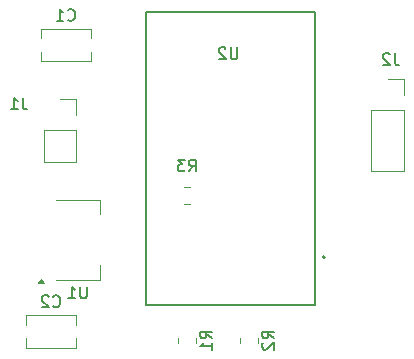
<source format=gbr>
%TF.GenerationSoftware,KiCad,Pcbnew,9.0.6-9.0.6~ubuntu24.04.1*%
%TF.CreationDate,2025-12-31T19:02:38+05:30*%
%TF.ProjectId,wled-esp01-controller,776c6564-2d65-4737-9030-312d636f6e74,rev?*%
%TF.SameCoordinates,PX5ee3fe0PY57f9f90*%
%TF.FileFunction,Legend,Bot*%
%TF.FilePolarity,Positive*%
%FSLAX46Y46*%
G04 Gerber Fmt 4.6, Leading zero omitted, Abs format (unit mm)*
G04 Created by KiCad (PCBNEW 9.0.6-9.0.6~ubuntu24.04.1) date 2025-12-31 19:02:38*
%MOMM*%
%LPD*%
G01*
G04 APERTURE LIST*
%ADD10C,0.150000*%
%ADD11C,0.120000*%
%ADD12C,0.127000*%
%ADD13C,0.200000*%
G04 APERTURE END LIST*
D10*
X24854819Y3666667D02*
X24378628Y4000000D01*
X24854819Y4238095D02*
X23854819Y4238095D01*
X23854819Y4238095D02*
X23854819Y3857143D01*
X23854819Y3857143D02*
X23902438Y3761905D01*
X23902438Y3761905D02*
X23950057Y3714286D01*
X23950057Y3714286D02*
X24045295Y3666667D01*
X24045295Y3666667D02*
X24188152Y3666667D01*
X24188152Y3666667D02*
X24283390Y3714286D01*
X24283390Y3714286D02*
X24331009Y3761905D01*
X24331009Y3761905D02*
X24378628Y3857143D01*
X24378628Y3857143D02*
X24378628Y4238095D01*
X23950057Y3285714D02*
X23902438Y3238095D01*
X23902438Y3238095D02*
X23854819Y3142857D01*
X23854819Y3142857D02*
X23854819Y2904762D01*
X23854819Y2904762D02*
X23902438Y2809524D01*
X23902438Y2809524D02*
X23950057Y2761905D01*
X23950057Y2761905D02*
X24045295Y2714286D01*
X24045295Y2714286D02*
X24140533Y2714286D01*
X24140533Y2714286D02*
X24283390Y2761905D01*
X24283390Y2761905D02*
X24854819Y3333333D01*
X24854819Y3333333D02*
X24854819Y2714286D01*
X19604819Y3666667D02*
X19128628Y4000000D01*
X19604819Y4238095D02*
X18604819Y4238095D01*
X18604819Y4238095D02*
X18604819Y3857143D01*
X18604819Y3857143D02*
X18652438Y3761905D01*
X18652438Y3761905D02*
X18700057Y3714286D01*
X18700057Y3714286D02*
X18795295Y3666667D01*
X18795295Y3666667D02*
X18938152Y3666667D01*
X18938152Y3666667D02*
X19033390Y3714286D01*
X19033390Y3714286D02*
X19081009Y3761905D01*
X19081009Y3761905D02*
X19128628Y3857143D01*
X19128628Y3857143D02*
X19128628Y4238095D01*
X19604819Y2714286D02*
X19604819Y3285714D01*
X19604819Y3000000D02*
X18604819Y3000000D01*
X18604819Y3000000D02*
X18747676Y3095238D01*
X18747676Y3095238D02*
X18842914Y3190476D01*
X18842914Y3190476D02*
X18890533Y3285714D01*
X35083333Y27795181D02*
X35083333Y27080896D01*
X35083333Y27080896D02*
X35130952Y26938039D01*
X35130952Y26938039D02*
X35226190Y26842800D01*
X35226190Y26842800D02*
X35369047Y26795181D01*
X35369047Y26795181D02*
X35464285Y26795181D01*
X34654761Y27699943D02*
X34607142Y27747562D01*
X34607142Y27747562D02*
X34511904Y27795181D01*
X34511904Y27795181D02*
X34273809Y27795181D01*
X34273809Y27795181D02*
X34178571Y27747562D01*
X34178571Y27747562D02*
X34130952Y27699943D01*
X34130952Y27699943D02*
X34083333Y27604705D01*
X34083333Y27604705D02*
X34083333Y27509467D01*
X34083333Y27509467D02*
X34130952Y27366610D01*
X34130952Y27366610D02*
X34702380Y26795181D01*
X34702380Y26795181D02*
X34083333Y26795181D01*
X7416666Y30640420D02*
X7464285Y30592800D01*
X7464285Y30592800D02*
X7607142Y30545181D01*
X7607142Y30545181D02*
X7702380Y30545181D01*
X7702380Y30545181D02*
X7845237Y30592800D01*
X7845237Y30592800D02*
X7940475Y30688039D01*
X7940475Y30688039D02*
X7988094Y30783277D01*
X7988094Y30783277D02*
X8035713Y30973753D01*
X8035713Y30973753D02*
X8035713Y31116610D01*
X8035713Y31116610D02*
X7988094Y31307086D01*
X7988094Y31307086D02*
X7940475Y31402324D01*
X7940475Y31402324D02*
X7845237Y31497562D01*
X7845237Y31497562D02*
X7702380Y31545181D01*
X7702380Y31545181D02*
X7607142Y31545181D01*
X7607142Y31545181D02*
X7464285Y31497562D01*
X7464285Y31497562D02*
X7416666Y31449943D01*
X6464285Y30545181D02*
X7035713Y30545181D01*
X6749999Y30545181D02*
X6749999Y31545181D01*
X6749999Y31545181D02*
X6845237Y31402324D01*
X6845237Y31402324D02*
X6940475Y31307086D01*
X6940475Y31307086D02*
X7035713Y31259467D01*
X9011904Y8045181D02*
X9011904Y7235658D01*
X9011904Y7235658D02*
X8964285Y7140420D01*
X8964285Y7140420D02*
X8916666Y7092800D01*
X8916666Y7092800D02*
X8821428Y7045181D01*
X8821428Y7045181D02*
X8630952Y7045181D01*
X8630952Y7045181D02*
X8535714Y7092800D01*
X8535714Y7092800D02*
X8488095Y7140420D01*
X8488095Y7140420D02*
X8440476Y7235658D01*
X8440476Y7235658D02*
X8440476Y8045181D01*
X7440476Y7045181D02*
X8011904Y7045181D01*
X7726190Y7045181D02*
X7726190Y8045181D01*
X7726190Y8045181D02*
X7821428Y7902324D01*
X7821428Y7902324D02*
X7916666Y7807086D01*
X7916666Y7807086D02*
X8011904Y7759467D01*
X21761904Y28295181D02*
X21761904Y27485658D01*
X21761904Y27485658D02*
X21714285Y27390420D01*
X21714285Y27390420D02*
X21666666Y27342800D01*
X21666666Y27342800D02*
X21571428Y27295181D01*
X21571428Y27295181D02*
X21380952Y27295181D01*
X21380952Y27295181D02*
X21285714Y27342800D01*
X21285714Y27342800D02*
X21238095Y27390420D01*
X21238095Y27390420D02*
X21190476Y27485658D01*
X21190476Y27485658D02*
X21190476Y28295181D01*
X20761904Y28199943D02*
X20714285Y28247562D01*
X20714285Y28247562D02*
X20619047Y28295181D01*
X20619047Y28295181D02*
X20380952Y28295181D01*
X20380952Y28295181D02*
X20285714Y28247562D01*
X20285714Y28247562D02*
X20238095Y28199943D01*
X20238095Y28199943D02*
X20190476Y28104705D01*
X20190476Y28104705D02*
X20190476Y28009467D01*
X20190476Y28009467D02*
X20238095Y27866610D01*
X20238095Y27866610D02*
X20809523Y27295181D01*
X20809523Y27295181D02*
X20190476Y27295181D01*
X17666666Y17795181D02*
X17999999Y18271372D01*
X18238094Y17795181D02*
X18238094Y18795181D01*
X18238094Y18795181D02*
X17857142Y18795181D01*
X17857142Y18795181D02*
X17761904Y18747562D01*
X17761904Y18747562D02*
X17714285Y18699943D01*
X17714285Y18699943D02*
X17666666Y18604705D01*
X17666666Y18604705D02*
X17666666Y18461848D01*
X17666666Y18461848D02*
X17714285Y18366610D01*
X17714285Y18366610D02*
X17761904Y18318991D01*
X17761904Y18318991D02*
X17857142Y18271372D01*
X17857142Y18271372D02*
X18238094Y18271372D01*
X17333332Y18795181D02*
X16714285Y18795181D01*
X16714285Y18795181D02*
X17047618Y18414229D01*
X17047618Y18414229D02*
X16904761Y18414229D01*
X16904761Y18414229D02*
X16809523Y18366610D01*
X16809523Y18366610D02*
X16761904Y18318991D01*
X16761904Y18318991D02*
X16714285Y18223753D01*
X16714285Y18223753D02*
X16714285Y17985658D01*
X16714285Y17985658D02*
X16761904Y17890420D01*
X16761904Y17890420D02*
X16809523Y17842800D01*
X16809523Y17842800D02*
X16904761Y17795181D01*
X16904761Y17795181D02*
X17190475Y17795181D01*
X17190475Y17795181D02*
X17285713Y17842800D01*
X17285713Y17842800D02*
X17333332Y17890420D01*
X3583333Y24045181D02*
X3583333Y23330896D01*
X3583333Y23330896D02*
X3630952Y23188039D01*
X3630952Y23188039D02*
X3726190Y23092800D01*
X3726190Y23092800D02*
X3869047Y23045181D01*
X3869047Y23045181D02*
X3964285Y23045181D01*
X2583333Y23045181D02*
X3154761Y23045181D01*
X2869047Y23045181D02*
X2869047Y24045181D01*
X2869047Y24045181D02*
X2964285Y23902324D01*
X2964285Y23902324D02*
X3059523Y23807086D01*
X3059523Y23807086D02*
X3154761Y23759467D01*
X6166666Y6390420D02*
X6214285Y6342800D01*
X6214285Y6342800D02*
X6357142Y6295181D01*
X6357142Y6295181D02*
X6452380Y6295181D01*
X6452380Y6295181D02*
X6595237Y6342800D01*
X6595237Y6342800D02*
X6690475Y6438039D01*
X6690475Y6438039D02*
X6738094Y6533277D01*
X6738094Y6533277D02*
X6785713Y6723753D01*
X6785713Y6723753D02*
X6785713Y6866610D01*
X6785713Y6866610D02*
X6738094Y7057086D01*
X6738094Y7057086D02*
X6690475Y7152324D01*
X6690475Y7152324D02*
X6595237Y7247562D01*
X6595237Y7247562D02*
X6452380Y7295181D01*
X6452380Y7295181D02*
X6357142Y7295181D01*
X6357142Y7295181D02*
X6214285Y7247562D01*
X6214285Y7247562D02*
X6166666Y7199943D01*
X5785713Y7199943D02*
X5738094Y7247562D01*
X5738094Y7247562D02*
X5642856Y7295181D01*
X5642856Y7295181D02*
X5404761Y7295181D01*
X5404761Y7295181D02*
X5309523Y7247562D01*
X5309523Y7247562D02*
X5261904Y7199943D01*
X5261904Y7199943D02*
X5214285Y7104705D01*
X5214285Y7104705D02*
X5214285Y7009467D01*
X5214285Y7009467D02*
X5261904Y6866610D01*
X5261904Y6866610D02*
X5833332Y6295181D01*
X5833332Y6295181D02*
X5214285Y6295181D01*
D11*
%TO.C,R2*%
X22015000Y3272936D02*
X22015000Y3727064D01*
X23485000Y3272936D02*
X23485000Y3727064D01*
%TO.C,R1*%
X16765000Y3272936D02*
X16765000Y3727064D01*
X18235000Y3272936D02*
X18235000Y3727064D01*
%TO.C,J2*%
X33120000Y22980000D02*
X33120000Y17790000D01*
X35880000Y25630000D02*
X34500000Y25630000D01*
X35880000Y24250000D02*
X35880000Y25630000D01*
X35880000Y22980000D02*
X33120000Y22980000D01*
X35880000Y22980000D02*
X35880000Y17790000D01*
X35880000Y17790000D02*
X33120000Y17790000D01*
%TO.C,C1*%
X5130000Y29870000D02*
X5130000Y29070000D01*
X5130000Y27930000D02*
X5130000Y27130000D01*
X5130000Y27130000D02*
X9370000Y27130000D01*
X9370000Y29870000D02*
X5130000Y29870000D01*
X9370000Y29070000D02*
X9370000Y29870000D01*
X9370000Y27130000D02*
X9370000Y27930000D01*
%TO.C,U1*%
X6400000Y15410000D02*
X10160000Y15410000D01*
X6400000Y8590000D02*
X10160000Y8590000D01*
X10160000Y15410000D02*
X10160000Y14150000D01*
X10160000Y8590000D02*
X10160000Y9850000D01*
X5360000Y8360000D02*
X4880000Y8360000D01*
X5120000Y8690000D01*
X5360000Y8360000D01*
G36*
X5360000Y8360000D02*
G01*
X4880000Y8360000D01*
X5120000Y8690000D01*
X5360000Y8360000D01*
G37*
D12*
%TO.C,U2*%
X14045000Y31300000D02*
X28345000Y31300000D01*
X14045000Y6500000D02*
X14045000Y31300000D01*
X28345000Y31300000D02*
X28345000Y6500000D01*
X28345000Y6500000D02*
X14045000Y6500000D01*
D13*
X29195000Y10540000D02*
G75*
G02*
X28995000Y10540000I-100000J0D01*
G01*
X28995000Y10540000D02*
G75*
G02*
X29195000Y10540000I100000J0D01*
G01*
D11*
%TO.C,R3*%
X17727064Y16485000D02*
X17272936Y16485000D01*
X17727064Y15015000D02*
X17272936Y15015000D01*
%TO.C,J1*%
X5370000Y21270000D02*
X5370000Y18620000D01*
X8130000Y23920000D02*
X6750000Y23920000D01*
X8130000Y22540000D02*
X8130000Y23920000D01*
X8130000Y21270000D02*
X5370000Y21270000D01*
X8130000Y21270000D02*
X8130000Y18620000D01*
X8130000Y18620000D02*
X5370000Y18620000D01*
%TO.C,C2*%
X3880000Y5620000D02*
X3880000Y4820000D01*
X3880000Y3680000D02*
X3880000Y2880000D01*
X3880000Y2880000D02*
X8120000Y2880000D01*
X8120000Y5620000D02*
X3880000Y5620000D01*
X8120000Y4820000D02*
X8120000Y5620000D01*
X8120000Y2880000D02*
X8120000Y3680000D01*
%TD*%
M02*

</source>
